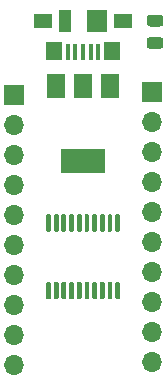
<source format=gbr>
%TF.GenerationSoftware,KiCad,Pcbnew,5.1.9-73d0e3b20d~88~ubuntu20.04.1*%
%TF.CreationDate,2021-06-24T22:41:13-04:00*%
%TF.ProjectId,stm32_breakout,73746d33-325f-4627-9265-616b6f75742e,rev?*%
%TF.SameCoordinates,Original*%
%TF.FileFunction,Soldermask,Top*%
%TF.FilePolarity,Negative*%
%FSLAX46Y46*%
G04 Gerber Fmt 4.6, Leading zero omitted, Abs format (unit mm)*
G04 Created by KiCad (PCBNEW 5.1.9-73d0e3b20d~88~ubuntu20.04.1) date 2021-06-24 22:41:13*
%MOMM*%
%LPD*%
G01*
G04 APERTURE LIST*
%ADD10R,0.450000X1.380000*%
%ADD11R,1.425000X1.550000*%
%ADD12R,1.650000X1.300000*%
%ADD13R,1.800000X1.900000*%
%ADD14R,1.000000X1.900000*%
%ADD15O,1.700000X1.700000*%
%ADD16R,1.700000X1.700000*%
%ADD17R,3.800000X2.000000*%
%ADD18R,1.500000X2.000000*%
G04 APERTURE END LIST*
%TO.C,D1*%
G36*
G01*
X137719750Y-59281000D02*
X138632250Y-59281000D01*
G75*
G02*
X138876000Y-59524750I0J-243750D01*
G01*
X138876000Y-60012250D01*
G75*
G02*
X138632250Y-60256000I-243750J0D01*
G01*
X137719750Y-60256000D01*
G75*
G02*
X137476000Y-60012250I0J243750D01*
G01*
X137476000Y-59524750D01*
G75*
G02*
X137719750Y-59281000I243750J0D01*
G01*
G37*
G36*
G01*
X137719750Y-61156000D02*
X138632250Y-61156000D01*
G75*
G02*
X138876000Y-61399750I0J-243750D01*
G01*
X138876000Y-61887250D01*
G75*
G02*
X138632250Y-62131000I-243750J0D01*
G01*
X137719750Y-62131000D01*
G75*
G02*
X137476000Y-61887250I0J243750D01*
G01*
X137476000Y-61399750D01*
G75*
G02*
X137719750Y-61156000I243750J0D01*
G01*
G37*
%TD*%
D10*
%TO.C,J1*%
X133380000Y-62420000D03*
X132730000Y-62420000D03*
X132080000Y-62420000D03*
X131430000Y-62420000D03*
X130780000Y-62420000D03*
D11*
X134567500Y-62335000D03*
X129592500Y-62335000D03*
D12*
X135455000Y-59760000D03*
X128705000Y-59760000D03*
D13*
X133230000Y-59760000D03*
D14*
X130530000Y-59760000D03*
%TD*%
D15*
%TO.C,J2*%
X137922000Y-88646000D03*
X137922000Y-86106000D03*
X137922000Y-83566000D03*
X137922000Y-81026000D03*
X137922000Y-78486000D03*
X137922000Y-75946000D03*
X137922000Y-73406000D03*
X137922000Y-70866000D03*
X137922000Y-68326000D03*
D16*
X137922000Y-65786000D03*
%TD*%
%TO.C,J3*%
X126238000Y-66040000D03*
D15*
X126238000Y-68580000D03*
X126238000Y-71120000D03*
X126238000Y-73660000D03*
X126238000Y-76200000D03*
X126238000Y-78740000D03*
X126238000Y-81280000D03*
X126238000Y-83820000D03*
X126238000Y-86360000D03*
X126238000Y-88900000D03*
%TD*%
D17*
%TO.C,U1*%
X132080000Y-71628000D03*
D18*
X132080000Y-65328000D03*
X129780000Y-65328000D03*
X134380000Y-65328000D03*
%TD*%
%TO.C,U2*%
G36*
G01*
X134905000Y-76156000D02*
X135105000Y-76156000D01*
G75*
G02*
X135205000Y-76256000I0J-100000D01*
G01*
X135205000Y-77531000D01*
G75*
G02*
X135105000Y-77631000I-100000J0D01*
G01*
X134905000Y-77631000D01*
G75*
G02*
X134805000Y-77531000I0J100000D01*
G01*
X134805000Y-76256000D01*
G75*
G02*
X134905000Y-76156000I100000J0D01*
G01*
G37*
G36*
G01*
X134255000Y-76156000D02*
X134455000Y-76156000D01*
G75*
G02*
X134555000Y-76256000I0J-100000D01*
G01*
X134555000Y-77531000D01*
G75*
G02*
X134455000Y-77631000I-100000J0D01*
G01*
X134255000Y-77631000D01*
G75*
G02*
X134155000Y-77531000I0J100000D01*
G01*
X134155000Y-76256000D01*
G75*
G02*
X134255000Y-76156000I100000J0D01*
G01*
G37*
G36*
G01*
X133605000Y-76156000D02*
X133805000Y-76156000D01*
G75*
G02*
X133905000Y-76256000I0J-100000D01*
G01*
X133905000Y-77531000D01*
G75*
G02*
X133805000Y-77631000I-100000J0D01*
G01*
X133605000Y-77631000D01*
G75*
G02*
X133505000Y-77531000I0J100000D01*
G01*
X133505000Y-76256000D01*
G75*
G02*
X133605000Y-76156000I100000J0D01*
G01*
G37*
G36*
G01*
X132955000Y-76156000D02*
X133155000Y-76156000D01*
G75*
G02*
X133255000Y-76256000I0J-100000D01*
G01*
X133255000Y-77531000D01*
G75*
G02*
X133155000Y-77631000I-100000J0D01*
G01*
X132955000Y-77631000D01*
G75*
G02*
X132855000Y-77531000I0J100000D01*
G01*
X132855000Y-76256000D01*
G75*
G02*
X132955000Y-76156000I100000J0D01*
G01*
G37*
G36*
G01*
X132305000Y-76156000D02*
X132505000Y-76156000D01*
G75*
G02*
X132605000Y-76256000I0J-100000D01*
G01*
X132605000Y-77531000D01*
G75*
G02*
X132505000Y-77631000I-100000J0D01*
G01*
X132305000Y-77631000D01*
G75*
G02*
X132205000Y-77531000I0J100000D01*
G01*
X132205000Y-76256000D01*
G75*
G02*
X132305000Y-76156000I100000J0D01*
G01*
G37*
G36*
G01*
X131655000Y-76156000D02*
X131855000Y-76156000D01*
G75*
G02*
X131955000Y-76256000I0J-100000D01*
G01*
X131955000Y-77531000D01*
G75*
G02*
X131855000Y-77631000I-100000J0D01*
G01*
X131655000Y-77631000D01*
G75*
G02*
X131555000Y-77531000I0J100000D01*
G01*
X131555000Y-76256000D01*
G75*
G02*
X131655000Y-76156000I100000J0D01*
G01*
G37*
G36*
G01*
X131005000Y-76156000D02*
X131205000Y-76156000D01*
G75*
G02*
X131305000Y-76256000I0J-100000D01*
G01*
X131305000Y-77531000D01*
G75*
G02*
X131205000Y-77631000I-100000J0D01*
G01*
X131005000Y-77631000D01*
G75*
G02*
X130905000Y-77531000I0J100000D01*
G01*
X130905000Y-76256000D01*
G75*
G02*
X131005000Y-76156000I100000J0D01*
G01*
G37*
G36*
G01*
X130355000Y-76156000D02*
X130555000Y-76156000D01*
G75*
G02*
X130655000Y-76256000I0J-100000D01*
G01*
X130655000Y-77531000D01*
G75*
G02*
X130555000Y-77631000I-100000J0D01*
G01*
X130355000Y-77631000D01*
G75*
G02*
X130255000Y-77531000I0J100000D01*
G01*
X130255000Y-76256000D01*
G75*
G02*
X130355000Y-76156000I100000J0D01*
G01*
G37*
G36*
G01*
X129705000Y-76156000D02*
X129905000Y-76156000D01*
G75*
G02*
X130005000Y-76256000I0J-100000D01*
G01*
X130005000Y-77531000D01*
G75*
G02*
X129905000Y-77631000I-100000J0D01*
G01*
X129705000Y-77631000D01*
G75*
G02*
X129605000Y-77531000I0J100000D01*
G01*
X129605000Y-76256000D01*
G75*
G02*
X129705000Y-76156000I100000J0D01*
G01*
G37*
G36*
G01*
X129055000Y-76156000D02*
X129255000Y-76156000D01*
G75*
G02*
X129355000Y-76256000I0J-100000D01*
G01*
X129355000Y-77531000D01*
G75*
G02*
X129255000Y-77631000I-100000J0D01*
G01*
X129055000Y-77631000D01*
G75*
G02*
X128955000Y-77531000I0J100000D01*
G01*
X128955000Y-76256000D01*
G75*
G02*
X129055000Y-76156000I100000J0D01*
G01*
G37*
G36*
G01*
X129055000Y-81881000D02*
X129255000Y-81881000D01*
G75*
G02*
X129355000Y-81981000I0J-100000D01*
G01*
X129355000Y-83256000D01*
G75*
G02*
X129255000Y-83356000I-100000J0D01*
G01*
X129055000Y-83356000D01*
G75*
G02*
X128955000Y-83256000I0J100000D01*
G01*
X128955000Y-81981000D01*
G75*
G02*
X129055000Y-81881000I100000J0D01*
G01*
G37*
G36*
G01*
X129705000Y-81881000D02*
X129905000Y-81881000D01*
G75*
G02*
X130005000Y-81981000I0J-100000D01*
G01*
X130005000Y-83256000D01*
G75*
G02*
X129905000Y-83356000I-100000J0D01*
G01*
X129705000Y-83356000D01*
G75*
G02*
X129605000Y-83256000I0J100000D01*
G01*
X129605000Y-81981000D01*
G75*
G02*
X129705000Y-81881000I100000J0D01*
G01*
G37*
G36*
G01*
X130355000Y-81881000D02*
X130555000Y-81881000D01*
G75*
G02*
X130655000Y-81981000I0J-100000D01*
G01*
X130655000Y-83256000D01*
G75*
G02*
X130555000Y-83356000I-100000J0D01*
G01*
X130355000Y-83356000D01*
G75*
G02*
X130255000Y-83256000I0J100000D01*
G01*
X130255000Y-81981000D01*
G75*
G02*
X130355000Y-81881000I100000J0D01*
G01*
G37*
G36*
G01*
X131005000Y-81881000D02*
X131205000Y-81881000D01*
G75*
G02*
X131305000Y-81981000I0J-100000D01*
G01*
X131305000Y-83256000D01*
G75*
G02*
X131205000Y-83356000I-100000J0D01*
G01*
X131005000Y-83356000D01*
G75*
G02*
X130905000Y-83256000I0J100000D01*
G01*
X130905000Y-81981000D01*
G75*
G02*
X131005000Y-81881000I100000J0D01*
G01*
G37*
G36*
G01*
X131655000Y-81881000D02*
X131855000Y-81881000D01*
G75*
G02*
X131955000Y-81981000I0J-100000D01*
G01*
X131955000Y-83256000D01*
G75*
G02*
X131855000Y-83356000I-100000J0D01*
G01*
X131655000Y-83356000D01*
G75*
G02*
X131555000Y-83256000I0J100000D01*
G01*
X131555000Y-81981000D01*
G75*
G02*
X131655000Y-81881000I100000J0D01*
G01*
G37*
G36*
G01*
X132305000Y-81881000D02*
X132505000Y-81881000D01*
G75*
G02*
X132605000Y-81981000I0J-100000D01*
G01*
X132605000Y-83256000D01*
G75*
G02*
X132505000Y-83356000I-100000J0D01*
G01*
X132305000Y-83356000D01*
G75*
G02*
X132205000Y-83256000I0J100000D01*
G01*
X132205000Y-81981000D01*
G75*
G02*
X132305000Y-81881000I100000J0D01*
G01*
G37*
G36*
G01*
X132955000Y-81881000D02*
X133155000Y-81881000D01*
G75*
G02*
X133255000Y-81981000I0J-100000D01*
G01*
X133255000Y-83256000D01*
G75*
G02*
X133155000Y-83356000I-100000J0D01*
G01*
X132955000Y-83356000D01*
G75*
G02*
X132855000Y-83256000I0J100000D01*
G01*
X132855000Y-81981000D01*
G75*
G02*
X132955000Y-81881000I100000J0D01*
G01*
G37*
G36*
G01*
X133605000Y-81881000D02*
X133805000Y-81881000D01*
G75*
G02*
X133905000Y-81981000I0J-100000D01*
G01*
X133905000Y-83256000D01*
G75*
G02*
X133805000Y-83356000I-100000J0D01*
G01*
X133605000Y-83356000D01*
G75*
G02*
X133505000Y-83256000I0J100000D01*
G01*
X133505000Y-81981000D01*
G75*
G02*
X133605000Y-81881000I100000J0D01*
G01*
G37*
G36*
G01*
X134255000Y-81881000D02*
X134455000Y-81881000D01*
G75*
G02*
X134555000Y-81981000I0J-100000D01*
G01*
X134555000Y-83256000D01*
G75*
G02*
X134455000Y-83356000I-100000J0D01*
G01*
X134255000Y-83356000D01*
G75*
G02*
X134155000Y-83256000I0J100000D01*
G01*
X134155000Y-81981000D01*
G75*
G02*
X134255000Y-81881000I100000J0D01*
G01*
G37*
G36*
G01*
X134905000Y-81881000D02*
X135105000Y-81881000D01*
G75*
G02*
X135205000Y-81981000I0J-100000D01*
G01*
X135205000Y-83256000D01*
G75*
G02*
X135105000Y-83356000I-100000J0D01*
G01*
X134905000Y-83356000D01*
G75*
G02*
X134805000Y-83256000I0J100000D01*
G01*
X134805000Y-81981000D01*
G75*
G02*
X134905000Y-81881000I100000J0D01*
G01*
G37*
%TD*%
M02*

</source>
